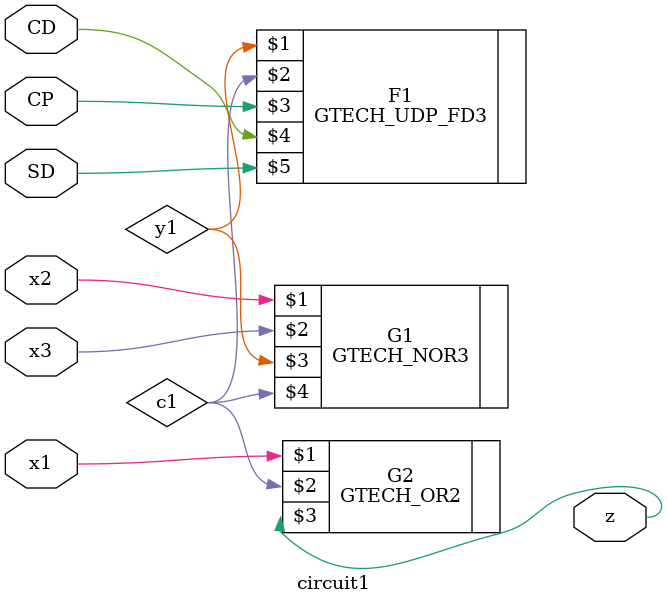
<source format=v>
`include "gtech_lib.v"
module circuit1(x1,x2,x3,CP,CD,SD,z);
input x1,x2,x3,CP,CD,SD;
output z;
wire c1,y1;


GTECH_NOR3 G1 (x2,x3,y1,c1);
GTECH_UDP_FD3 F1 (y1,c1,CP,CD,SD);  // CP - clk aka clock pulse
//GTECH_UDP_FD3 (Q, D, CP, CD, SD);
GTECH_OR2 G2 (x1,c1,z);


endmodule
</source>
